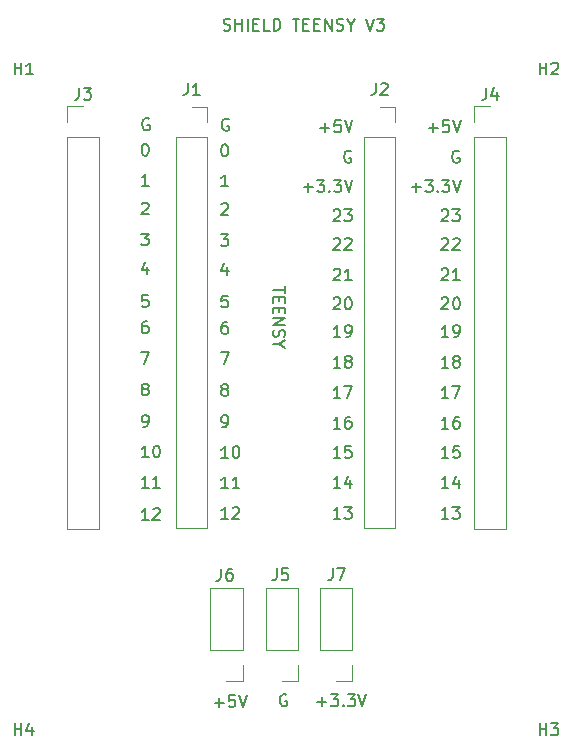
<source format=gbr>
%TF.GenerationSoftware,KiCad,Pcbnew,9.0.6*%
%TF.CreationDate,2025-12-16T16:23:58-03:00*%
%TF.ProjectId,shield teensy_v3,73686965-6c64-4207-9465-656e73795f76,rev?*%
%TF.SameCoordinates,Original*%
%TF.FileFunction,Legend,Top*%
%TF.FilePolarity,Positive*%
%FSLAX46Y46*%
G04 Gerber Fmt 4.6, Leading zero omitted, Abs format (unit mm)*
G04 Created by KiCad (PCBNEW 9.0.6) date 2025-12-16 16:23:58*
%MOMM*%
%LPD*%
G01*
G04 APERTURE LIST*
%ADD10C,0.150000*%
%ADD11C,0.120000*%
G04 APERTURE END LIST*
D10*
X177030237Y-107970533D02*
X176458809Y-107970533D01*
X176744523Y-107970533D02*
X176744523Y-106970533D01*
X176744523Y-106970533D02*
X176649285Y-107113390D01*
X176649285Y-107113390D02*
X176554047Y-107208628D01*
X176554047Y-107208628D02*
X176458809Y-107256247D01*
X177887380Y-107303866D02*
X177887380Y-107970533D01*
X177649285Y-106922914D02*
X177411190Y-107637199D01*
X177411190Y-107637199D02*
X178030237Y-107637199D01*
X185614524Y-89490057D02*
X185662143Y-89442438D01*
X185662143Y-89442438D02*
X185757381Y-89394819D01*
X185757381Y-89394819D02*
X185995476Y-89394819D01*
X185995476Y-89394819D02*
X186090714Y-89442438D01*
X186090714Y-89442438D02*
X186138333Y-89490057D01*
X186138333Y-89490057D02*
X186185952Y-89585295D01*
X186185952Y-89585295D02*
X186185952Y-89680533D01*
X186185952Y-89680533D02*
X186138333Y-89823390D01*
X186138333Y-89823390D02*
X185566905Y-90394819D01*
X185566905Y-90394819D02*
X186185952Y-90394819D01*
X187138333Y-90394819D02*
X186566905Y-90394819D01*
X186852619Y-90394819D02*
X186852619Y-89394819D01*
X186852619Y-89394819D02*
X186757381Y-89537676D01*
X186757381Y-89537676D02*
X186662143Y-89632914D01*
X186662143Y-89632914D02*
X186566905Y-89680533D01*
X185614524Y-86915057D02*
X185662143Y-86867438D01*
X185662143Y-86867438D02*
X185757381Y-86819819D01*
X185757381Y-86819819D02*
X185995476Y-86819819D01*
X185995476Y-86819819D02*
X186090714Y-86867438D01*
X186090714Y-86867438D02*
X186138333Y-86915057D01*
X186138333Y-86915057D02*
X186185952Y-87010295D01*
X186185952Y-87010295D02*
X186185952Y-87105533D01*
X186185952Y-87105533D02*
X186138333Y-87248390D01*
X186138333Y-87248390D02*
X185566905Y-87819819D01*
X185566905Y-87819819D02*
X186185952Y-87819819D01*
X186566905Y-86915057D02*
X186614524Y-86867438D01*
X186614524Y-86867438D02*
X186709762Y-86819819D01*
X186709762Y-86819819D02*
X186947857Y-86819819D01*
X186947857Y-86819819D02*
X187043095Y-86867438D01*
X187043095Y-86867438D02*
X187090714Y-86915057D01*
X187090714Y-86915057D02*
X187138333Y-87010295D01*
X187138333Y-87010295D02*
X187138333Y-87105533D01*
X187138333Y-87105533D02*
X187090714Y-87248390D01*
X187090714Y-87248390D02*
X186519286Y-87819819D01*
X186519286Y-87819819D02*
X187138333Y-87819819D01*
X183075715Y-82523866D02*
X183837620Y-82523866D01*
X183456667Y-82904819D02*
X183456667Y-82142914D01*
X184218572Y-81904819D02*
X184837619Y-81904819D01*
X184837619Y-81904819D02*
X184504286Y-82285771D01*
X184504286Y-82285771D02*
X184647143Y-82285771D01*
X184647143Y-82285771D02*
X184742381Y-82333390D01*
X184742381Y-82333390D02*
X184790000Y-82381009D01*
X184790000Y-82381009D02*
X184837619Y-82476247D01*
X184837619Y-82476247D02*
X184837619Y-82714342D01*
X184837619Y-82714342D02*
X184790000Y-82809580D01*
X184790000Y-82809580D02*
X184742381Y-82857200D01*
X184742381Y-82857200D02*
X184647143Y-82904819D01*
X184647143Y-82904819D02*
X184361429Y-82904819D01*
X184361429Y-82904819D02*
X184266191Y-82857200D01*
X184266191Y-82857200D02*
X184218572Y-82809580D01*
X185266191Y-82809580D02*
X185313810Y-82857200D01*
X185313810Y-82857200D02*
X185266191Y-82904819D01*
X185266191Y-82904819D02*
X185218572Y-82857200D01*
X185218572Y-82857200D02*
X185266191Y-82809580D01*
X185266191Y-82809580D02*
X185266191Y-82904819D01*
X185647143Y-81904819D02*
X186266190Y-81904819D01*
X186266190Y-81904819D02*
X185932857Y-82285771D01*
X185932857Y-82285771D02*
X186075714Y-82285771D01*
X186075714Y-82285771D02*
X186170952Y-82333390D01*
X186170952Y-82333390D02*
X186218571Y-82381009D01*
X186218571Y-82381009D02*
X186266190Y-82476247D01*
X186266190Y-82476247D02*
X186266190Y-82714342D01*
X186266190Y-82714342D02*
X186218571Y-82809580D01*
X186218571Y-82809580D02*
X186170952Y-82857200D01*
X186170952Y-82857200D02*
X186075714Y-82904819D01*
X186075714Y-82904819D02*
X185790000Y-82904819D01*
X185790000Y-82904819D02*
X185694762Y-82857200D01*
X185694762Y-82857200D02*
X185647143Y-82809580D01*
X186551905Y-81904819D02*
X186885238Y-82904819D01*
X186885238Y-82904819D02*
X187218571Y-81904819D01*
X160462381Y-78844819D02*
X160557619Y-78844819D01*
X160557619Y-78844819D02*
X160652857Y-78892438D01*
X160652857Y-78892438D02*
X160700476Y-78940057D01*
X160700476Y-78940057D02*
X160748095Y-79035295D01*
X160748095Y-79035295D02*
X160795714Y-79225771D01*
X160795714Y-79225771D02*
X160795714Y-79463866D01*
X160795714Y-79463866D02*
X160748095Y-79654342D01*
X160748095Y-79654342D02*
X160700476Y-79749580D01*
X160700476Y-79749580D02*
X160652857Y-79797200D01*
X160652857Y-79797200D02*
X160557619Y-79844819D01*
X160557619Y-79844819D02*
X160462381Y-79844819D01*
X160462381Y-79844819D02*
X160367143Y-79797200D01*
X160367143Y-79797200D02*
X160319524Y-79749580D01*
X160319524Y-79749580D02*
X160271905Y-79654342D01*
X160271905Y-79654342D02*
X160224286Y-79463866D01*
X160224286Y-79463866D02*
X160224286Y-79225771D01*
X160224286Y-79225771D02*
X160271905Y-79035295D01*
X160271905Y-79035295D02*
X160319524Y-78940057D01*
X160319524Y-78940057D02*
X160367143Y-78892438D01*
X160367143Y-78892438D02*
X160462381Y-78844819D01*
X186185952Y-105419819D02*
X185614524Y-105419819D01*
X185900238Y-105419819D02*
X185900238Y-104419819D01*
X185900238Y-104419819D02*
X185805000Y-104562676D01*
X185805000Y-104562676D02*
X185709762Y-104657914D01*
X185709762Y-104657914D02*
X185614524Y-104705533D01*
X187090714Y-104419819D02*
X186614524Y-104419819D01*
X186614524Y-104419819D02*
X186566905Y-104896009D01*
X186566905Y-104896009D02*
X186614524Y-104848390D01*
X186614524Y-104848390D02*
X186709762Y-104800771D01*
X186709762Y-104800771D02*
X186947857Y-104800771D01*
X186947857Y-104800771D02*
X187043095Y-104848390D01*
X187043095Y-104848390D02*
X187090714Y-104896009D01*
X187090714Y-104896009D02*
X187138333Y-104991247D01*
X187138333Y-104991247D02*
X187138333Y-105229342D01*
X187138333Y-105229342D02*
X187090714Y-105324580D01*
X187090714Y-105324580D02*
X187043095Y-105372200D01*
X187043095Y-105372200D02*
X186947857Y-105419819D01*
X186947857Y-105419819D02*
X186709762Y-105419819D01*
X186709762Y-105419819D02*
X186614524Y-105372200D01*
X186614524Y-105372200D02*
X186566905Y-105324580D01*
X177919999Y-79478152D02*
X177824761Y-79430533D01*
X177824761Y-79430533D02*
X177681904Y-79430533D01*
X177681904Y-79430533D02*
X177539047Y-79478152D01*
X177539047Y-79478152D02*
X177443809Y-79573390D01*
X177443809Y-79573390D02*
X177396190Y-79668628D01*
X177396190Y-79668628D02*
X177348571Y-79859104D01*
X177348571Y-79859104D02*
X177348571Y-80001961D01*
X177348571Y-80001961D02*
X177396190Y-80192437D01*
X177396190Y-80192437D02*
X177443809Y-80287675D01*
X177443809Y-80287675D02*
X177539047Y-80382914D01*
X177539047Y-80382914D02*
X177681904Y-80430533D01*
X177681904Y-80430533D02*
X177777142Y-80430533D01*
X177777142Y-80430533D02*
X177919999Y-80382914D01*
X177919999Y-80382914D02*
X177967618Y-80335294D01*
X177967618Y-80335294D02*
X177967618Y-80001961D01*
X177967618Y-80001961D02*
X177777142Y-80001961D01*
X167529523Y-105439819D02*
X166958095Y-105439819D01*
X167243809Y-105439819D02*
X167243809Y-104439819D01*
X167243809Y-104439819D02*
X167148571Y-104582676D01*
X167148571Y-104582676D02*
X167053333Y-104677914D01*
X167053333Y-104677914D02*
X166958095Y-104725533D01*
X168148571Y-104439819D02*
X168243809Y-104439819D01*
X168243809Y-104439819D02*
X168339047Y-104487438D01*
X168339047Y-104487438D02*
X168386666Y-104535057D01*
X168386666Y-104535057D02*
X168434285Y-104630295D01*
X168434285Y-104630295D02*
X168481904Y-104820771D01*
X168481904Y-104820771D02*
X168481904Y-105058866D01*
X168481904Y-105058866D02*
X168434285Y-105249342D01*
X168434285Y-105249342D02*
X168386666Y-105344580D01*
X168386666Y-105344580D02*
X168339047Y-105392200D01*
X168339047Y-105392200D02*
X168243809Y-105439819D01*
X168243809Y-105439819D02*
X168148571Y-105439819D01*
X168148571Y-105439819D02*
X168053333Y-105392200D01*
X168053333Y-105392200D02*
X168005714Y-105344580D01*
X168005714Y-105344580D02*
X167958095Y-105249342D01*
X167958095Y-105249342D02*
X167910476Y-105058866D01*
X167910476Y-105058866D02*
X167910476Y-104820771D01*
X167910476Y-104820771D02*
X167958095Y-104630295D01*
X167958095Y-104630295D02*
X168005714Y-104535057D01*
X168005714Y-104535057D02*
X168053333Y-104487438D01*
X168053333Y-104487438D02*
X168148571Y-104439819D01*
X167144285Y-69197200D02*
X167287142Y-69244819D01*
X167287142Y-69244819D02*
X167525237Y-69244819D01*
X167525237Y-69244819D02*
X167620475Y-69197200D01*
X167620475Y-69197200D02*
X167668094Y-69149580D01*
X167668094Y-69149580D02*
X167715713Y-69054342D01*
X167715713Y-69054342D02*
X167715713Y-68959104D01*
X167715713Y-68959104D02*
X167668094Y-68863866D01*
X167668094Y-68863866D02*
X167620475Y-68816247D01*
X167620475Y-68816247D02*
X167525237Y-68768628D01*
X167525237Y-68768628D02*
X167334761Y-68721009D01*
X167334761Y-68721009D02*
X167239523Y-68673390D01*
X167239523Y-68673390D02*
X167191904Y-68625771D01*
X167191904Y-68625771D02*
X167144285Y-68530533D01*
X167144285Y-68530533D02*
X167144285Y-68435295D01*
X167144285Y-68435295D02*
X167191904Y-68340057D01*
X167191904Y-68340057D02*
X167239523Y-68292438D01*
X167239523Y-68292438D02*
X167334761Y-68244819D01*
X167334761Y-68244819D02*
X167572856Y-68244819D01*
X167572856Y-68244819D02*
X167715713Y-68292438D01*
X168144285Y-69244819D02*
X168144285Y-68244819D01*
X168144285Y-68721009D02*
X168715713Y-68721009D01*
X168715713Y-69244819D02*
X168715713Y-68244819D01*
X169191904Y-69244819D02*
X169191904Y-68244819D01*
X169668094Y-68721009D02*
X170001427Y-68721009D01*
X170144284Y-69244819D02*
X169668094Y-69244819D01*
X169668094Y-69244819D02*
X169668094Y-68244819D01*
X169668094Y-68244819D02*
X170144284Y-68244819D01*
X171049046Y-69244819D02*
X170572856Y-69244819D01*
X170572856Y-69244819D02*
X170572856Y-68244819D01*
X171382380Y-69244819D02*
X171382380Y-68244819D01*
X171382380Y-68244819D02*
X171620475Y-68244819D01*
X171620475Y-68244819D02*
X171763332Y-68292438D01*
X171763332Y-68292438D02*
X171858570Y-68387676D01*
X171858570Y-68387676D02*
X171906189Y-68482914D01*
X171906189Y-68482914D02*
X171953808Y-68673390D01*
X171953808Y-68673390D02*
X171953808Y-68816247D01*
X171953808Y-68816247D02*
X171906189Y-69006723D01*
X171906189Y-69006723D02*
X171858570Y-69101961D01*
X171858570Y-69101961D02*
X171763332Y-69197200D01*
X171763332Y-69197200D02*
X171620475Y-69244819D01*
X171620475Y-69244819D02*
X171382380Y-69244819D01*
X173001428Y-68244819D02*
X173572856Y-68244819D01*
X173287142Y-69244819D02*
X173287142Y-68244819D01*
X173906190Y-68721009D02*
X174239523Y-68721009D01*
X174382380Y-69244819D02*
X173906190Y-69244819D01*
X173906190Y-69244819D02*
X173906190Y-68244819D01*
X173906190Y-68244819D02*
X174382380Y-68244819D01*
X174810952Y-68721009D02*
X175144285Y-68721009D01*
X175287142Y-69244819D02*
X174810952Y-69244819D01*
X174810952Y-69244819D02*
X174810952Y-68244819D01*
X174810952Y-68244819D02*
X175287142Y-68244819D01*
X175715714Y-69244819D02*
X175715714Y-68244819D01*
X175715714Y-68244819D02*
X176287142Y-69244819D01*
X176287142Y-69244819D02*
X176287142Y-68244819D01*
X176715714Y-69197200D02*
X176858571Y-69244819D01*
X176858571Y-69244819D02*
X177096666Y-69244819D01*
X177096666Y-69244819D02*
X177191904Y-69197200D01*
X177191904Y-69197200D02*
X177239523Y-69149580D01*
X177239523Y-69149580D02*
X177287142Y-69054342D01*
X177287142Y-69054342D02*
X177287142Y-68959104D01*
X177287142Y-68959104D02*
X177239523Y-68863866D01*
X177239523Y-68863866D02*
X177191904Y-68816247D01*
X177191904Y-68816247D02*
X177096666Y-68768628D01*
X177096666Y-68768628D02*
X176906190Y-68721009D01*
X176906190Y-68721009D02*
X176810952Y-68673390D01*
X176810952Y-68673390D02*
X176763333Y-68625771D01*
X176763333Y-68625771D02*
X176715714Y-68530533D01*
X176715714Y-68530533D02*
X176715714Y-68435295D01*
X176715714Y-68435295D02*
X176763333Y-68340057D01*
X176763333Y-68340057D02*
X176810952Y-68292438D01*
X176810952Y-68292438D02*
X176906190Y-68244819D01*
X176906190Y-68244819D02*
X177144285Y-68244819D01*
X177144285Y-68244819D02*
X177287142Y-68292438D01*
X177906190Y-68768628D02*
X177906190Y-69244819D01*
X177572857Y-68244819D02*
X177906190Y-68768628D01*
X177906190Y-68768628D02*
X178239523Y-68244819D01*
X179191905Y-68244819D02*
X179525238Y-69244819D01*
X179525238Y-69244819D02*
X179858571Y-68244819D01*
X180096667Y-68244819D02*
X180715714Y-68244819D01*
X180715714Y-68244819D02*
X180382381Y-68625771D01*
X180382381Y-68625771D02*
X180525238Y-68625771D01*
X180525238Y-68625771D02*
X180620476Y-68673390D01*
X180620476Y-68673390D02*
X180668095Y-68721009D01*
X180668095Y-68721009D02*
X180715714Y-68816247D01*
X180715714Y-68816247D02*
X180715714Y-69054342D01*
X180715714Y-69054342D02*
X180668095Y-69149580D01*
X180668095Y-69149580D02*
X180620476Y-69197200D01*
X180620476Y-69197200D02*
X180525238Y-69244819D01*
X180525238Y-69244819D02*
X180239524Y-69244819D01*
X180239524Y-69244819D02*
X180144286Y-69197200D01*
X180144286Y-69197200D02*
X180096667Y-69149580D01*
X167434285Y-93914819D02*
X167243809Y-93914819D01*
X167243809Y-93914819D02*
X167148571Y-93962438D01*
X167148571Y-93962438D02*
X167100952Y-94010057D01*
X167100952Y-94010057D02*
X167005714Y-94152914D01*
X167005714Y-94152914D02*
X166958095Y-94343390D01*
X166958095Y-94343390D02*
X166958095Y-94724342D01*
X166958095Y-94724342D02*
X167005714Y-94819580D01*
X167005714Y-94819580D02*
X167053333Y-94867200D01*
X167053333Y-94867200D02*
X167148571Y-94914819D01*
X167148571Y-94914819D02*
X167339047Y-94914819D01*
X167339047Y-94914819D02*
X167434285Y-94867200D01*
X167434285Y-94867200D02*
X167481904Y-94819580D01*
X167481904Y-94819580D02*
X167529523Y-94724342D01*
X167529523Y-94724342D02*
X167529523Y-94486247D01*
X167529523Y-94486247D02*
X167481904Y-94391009D01*
X167481904Y-94391009D02*
X167434285Y-94343390D01*
X167434285Y-94343390D02*
X167339047Y-94295771D01*
X167339047Y-94295771D02*
X167148571Y-94295771D01*
X167148571Y-94295771D02*
X167053333Y-94343390D01*
X167053333Y-94343390D02*
X167005714Y-94391009D01*
X167005714Y-94391009D02*
X166958095Y-94486247D01*
X184504286Y-77473866D02*
X185266191Y-77473866D01*
X184885238Y-77854819D02*
X184885238Y-77092914D01*
X186218571Y-76854819D02*
X185742381Y-76854819D01*
X185742381Y-76854819D02*
X185694762Y-77331009D01*
X185694762Y-77331009D02*
X185742381Y-77283390D01*
X185742381Y-77283390D02*
X185837619Y-77235771D01*
X185837619Y-77235771D02*
X186075714Y-77235771D01*
X186075714Y-77235771D02*
X186170952Y-77283390D01*
X186170952Y-77283390D02*
X186218571Y-77331009D01*
X186218571Y-77331009D02*
X186266190Y-77426247D01*
X186266190Y-77426247D02*
X186266190Y-77664342D01*
X186266190Y-77664342D02*
X186218571Y-77759580D01*
X186218571Y-77759580D02*
X186170952Y-77807200D01*
X186170952Y-77807200D02*
X186075714Y-77854819D01*
X186075714Y-77854819D02*
X185837619Y-77854819D01*
X185837619Y-77854819D02*
X185742381Y-77807200D01*
X185742381Y-77807200D02*
X185694762Y-77759580D01*
X186551905Y-76854819D02*
X186885238Y-77854819D01*
X186885238Y-77854819D02*
X187218571Y-76854819D01*
X166910476Y-86489819D02*
X167529523Y-86489819D01*
X167529523Y-86489819D02*
X167196190Y-86870771D01*
X167196190Y-86870771D02*
X167339047Y-86870771D01*
X167339047Y-86870771D02*
X167434285Y-86918390D01*
X167434285Y-86918390D02*
X167481904Y-86966009D01*
X167481904Y-86966009D02*
X167529523Y-87061247D01*
X167529523Y-87061247D02*
X167529523Y-87299342D01*
X167529523Y-87299342D02*
X167481904Y-87394580D01*
X167481904Y-87394580D02*
X167434285Y-87442200D01*
X167434285Y-87442200D02*
X167339047Y-87489819D01*
X167339047Y-87489819D02*
X167053333Y-87489819D01*
X167053333Y-87489819D02*
X166958095Y-87442200D01*
X166958095Y-87442200D02*
X166910476Y-87394580D01*
X186185952Y-107969819D02*
X185614524Y-107969819D01*
X185900238Y-107969819D02*
X185900238Y-106969819D01*
X185900238Y-106969819D02*
X185805000Y-107112676D01*
X185805000Y-107112676D02*
X185709762Y-107207914D01*
X185709762Y-107207914D02*
X185614524Y-107255533D01*
X187043095Y-107303152D02*
X187043095Y-107969819D01*
X186805000Y-106922200D02*
X186566905Y-107636485D01*
X186566905Y-107636485D02*
X187185952Y-107636485D01*
X175090000Y-126063866D02*
X175851905Y-126063866D01*
X175470952Y-126444819D02*
X175470952Y-125682914D01*
X176232857Y-125444819D02*
X176851904Y-125444819D01*
X176851904Y-125444819D02*
X176518571Y-125825771D01*
X176518571Y-125825771D02*
X176661428Y-125825771D01*
X176661428Y-125825771D02*
X176756666Y-125873390D01*
X176756666Y-125873390D02*
X176804285Y-125921009D01*
X176804285Y-125921009D02*
X176851904Y-126016247D01*
X176851904Y-126016247D02*
X176851904Y-126254342D01*
X176851904Y-126254342D02*
X176804285Y-126349580D01*
X176804285Y-126349580D02*
X176756666Y-126397200D01*
X176756666Y-126397200D02*
X176661428Y-126444819D01*
X176661428Y-126444819D02*
X176375714Y-126444819D01*
X176375714Y-126444819D02*
X176280476Y-126397200D01*
X176280476Y-126397200D02*
X176232857Y-126349580D01*
X177280476Y-126349580D02*
X177328095Y-126397200D01*
X177328095Y-126397200D02*
X177280476Y-126444819D01*
X177280476Y-126444819D02*
X177232857Y-126397200D01*
X177232857Y-126397200D02*
X177280476Y-126349580D01*
X177280476Y-126349580D02*
X177280476Y-126444819D01*
X177661428Y-125444819D02*
X178280475Y-125444819D01*
X178280475Y-125444819D02*
X177947142Y-125825771D01*
X177947142Y-125825771D02*
X178089999Y-125825771D01*
X178089999Y-125825771D02*
X178185237Y-125873390D01*
X178185237Y-125873390D02*
X178232856Y-125921009D01*
X178232856Y-125921009D02*
X178280475Y-126016247D01*
X178280475Y-126016247D02*
X178280475Y-126254342D01*
X178280475Y-126254342D02*
X178232856Y-126349580D01*
X178232856Y-126349580D02*
X178185237Y-126397200D01*
X178185237Y-126397200D02*
X178089999Y-126444819D01*
X178089999Y-126444819D02*
X177804285Y-126444819D01*
X177804285Y-126444819D02*
X177709047Y-126397200D01*
X177709047Y-126397200D02*
X177661428Y-126349580D01*
X178566190Y-125444819D02*
X178899523Y-126444819D01*
X178899523Y-126444819D02*
X179232856Y-125444819D01*
X167529523Y-82439819D02*
X166958095Y-82439819D01*
X167243809Y-82439819D02*
X167243809Y-81439819D01*
X167243809Y-81439819D02*
X167148571Y-81582676D01*
X167148571Y-81582676D02*
X167053333Y-81677914D01*
X167053333Y-81677914D02*
X166958095Y-81725533D01*
X177030237Y-110584819D02*
X176458809Y-110584819D01*
X176744523Y-110584819D02*
X176744523Y-109584819D01*
X176744523Y-109584819D02*
X176649285Y-109727676D01*
X176649285Y-109727676D02*
X176554047Y-109822914D01*
X176554047Y-109822914D02*
X176458809Y-109870533D01*
X177363571Y-109584819D02*
X177982618Y-109584819D01*
X177982618Y-109584819D02*
X177649285Y-109965771D01*
X177649285Y-109965771D02*
X177792142Y-109965771D01*
X177792142Y-109965771D02*
X177887380Y-110013390D01*
X177887380Y-110013390D02*
X177934999Y-110061009D01*
X177934999Y-110061009D02*
X177982618Y-110156247D01*
X177982618Y-110156247D02*
X177982618Y-110394342D01*
X177982618Y-110394342D02*
X177934999Y-110489580D01*
X177934999Y-110489580D02*
X177887380Y-110537200D01*
X177887380Y-110537200D02*
X177792142Y-110584819D01*
X177792142Y-110584819D02*
X177506428Y-110584819D01*
X177506428Y-110584819D02*
X177411190Y-110537200D01*
X177411190Y-110537200D02*
X177363571Y-110489580D01*
X167148571Y-99618390D02*
X167053333Y-99570771D01*
X167053333Y-99570771D02*
X167005714Y-99523152D01*
X167005714Y-99523152D02*
X166958095Y-99427914D01*
X166958095Y-99427914D02*
X166958095Y-99380295D01*
X166958095Y-99380295D02*
X167005714Y-99285057D01*
X167005714Y-99285057D02*
X167053333Y-99237438D01*
X167053333Y-99237438D02*
X167148571Y-99189819D01*
X167148571Y-99189819D02*
X167339047Y-99189819D01*
X167339047Y-99189819D02*
X167434285Y-99237438D01*
X167434285Y-99237438D02*
X167481904Y-99285057D01*
X167481904Y-99285057D02*
X167529523Y-99380295D01*
X167529523Y-99380295D02*
X167529523Y-99427914D01*
X167529523Y-99427914D02*
X167481904Y-99523152D01*
X167481904Y-99523152D02*
X167434285Y-99570771D01*
X167434285Y-99570771D02*
X167339047Y-99618390D01*
X167339047Y-99618390D02*
X167148571Y-99618390D01*
X167148571Y-99618390D02*
X167053333Y-99666009D01*
X167053333Y-99666009D02*
X167005714Y-99713628D01*
X167005714Y-99713628D02*
X166958095Y-99808866D01*
X166958095Y-99808866D02*
X166958095Y-99999342D01*
X166958095Y-99999342D02*
X167005714Y-100094580D01*
X167005714Y-100094580D02*
X167053333Y-100142200D01*
X167053333Y-100142200D02*
X167148571Y-100189819D01*
X167148571Y-100189819D02*
X167339047Y-100189819D01*
X167339047Y-100189819D02*
X167434285Y-100142200D01*
X167434285Y-100142200D02*
X167481904Y-100094580D01*
X167481904Y-100094580D02*
X167529523Y-99999342D01*
X167529523Y-99999342D02*
X167529523Y-99808866D01*
X167529523Y-99808866D02*
X167481904Y-99713628D01*
X167481904Y-99713628D02*
X167434285Y-99666009D01*
X167434285Y-99666009D02*
X167339047Y-99618390D01*
X167529523Y-108014819D02*
X166958095Y-108014819D01*
X167243809Y-108014819D02*
X167243809Y-107014819D01*
X167243809Y-107014819D02*
X167148571Y-107157676D01*
X167148571Y-107157676D02*
X167053333Y-107252914D01*
X167053333Y-107252914D02*
X166958095Y-107300533D01*
X168481904Y-108014819D02*
X167910476Y-108014819D01*
X168196190Y-108014819D02*
X168196190Y-107014819D01*
X168196190Y-107014819D02*
X168100952Y-107157676D01*
X168100952Y-107157676D02*
X168005714Y-107252914D01*
X168005714Y-107252914D02*
X167910476Y-107300533D01*
X160176667Y-96444819D02*
X160843333Y-96444819D01*
X160843333Y-96444819D02*
X160414762Y-97444819D01*
X160700476Y-89228152D02*
X160700476Y-89894819D01*
X160462381Y-88847200D02*
X160224286Y-89561485D01*
X160224286Y-89561485D02*
X160843333Y-89561485D01*
X160833095Y-76722438D02*
X160737857Y-76674819D01*
X160737857Y-76674819D02*
X160595000Y-76674819D01*
X160595000Y-76674819D02*
X160452143Y-76722438D01*
X160452143Y-76722438D02*
X160356905Y-76817676D01*
X160356905Y-76817676D02*
X160309286Y-76912914D01*
X160309286Y-76912914D02*
X160261667Y-77103390D01*
X160261667Y-77103390D02*
X160261667Y-77246247D01*
X160261667Y-77246247D02*
X160309286Y-77436723D01*
X160309286Y-77436723D02*
X160356905Y-77531961D01*
X160356905Y-77531961D02*
X160452143Y-77627200D01*
X160452143Y-77627200D02*
X160595000Y-77674819D01*
X160595000Y-77674819D02*
X160690238Y-77674819D01*
X160690238Y-77674819D02*
X160833095Y-77627200D01*
X160833095Y-77627200D02*
X160880714Y-77579580D01*
X160880714Y-77579580D02*
X160880714Y-77246247D01*
X160880714Y-77246247D02*
X160690238Y-77246247D01*
X160224286Y-83915057D02*
X160271905Y-83867438D01*
X160271905Y-83867438D02*
X160367143Y-83819819D01*
X160367143Y-83819819D02*
X160605238Y-83819819D01*
X160605238Y-83819819D02*
X160700476Y-83867438D01*
X160700476Y-83867438D02*
X160748095Y-83915057D01*
X160748095Y-83915057D02*
X160795714Y-84010295D01*
X160795714Y-84010295D02*
X160795714Y-84105533D01*
X160795714Y-84105533D02*
X160748095Y-84248390D01*
X160748095Y-84248390D02*
X160176667Y-84819819D01*
X160176667Y-84819819D02*
X160795714Y-84819819D01*
X176458809Y-86915771D02*
X176506428Y-86868152D01*
X176506428Y-86868152D02*
X176601666Y-86820533D01*
X176601666Y-86820533D02*
X176839761Y-86820533D01*
X176839761Y-86820533D02*
X176934999Y-86868152D01*
X176934999Y-86868152D02*
X176982618Y-86915771D01*
X176982618Y-86915771D02*
X177030237Y-87011009D01*
X177030237Y-87011009D02*
X177030237Y-87106247D01*
X177030237Y-87106247D02*
X176982618Y-87249104D01*
X176982618Y-87249104D02*
X176411190Y-87820533D01*
X176411190Y-87820533D02*
X177030237Y-87820533D01*
X177411190Y-86915771D02*
X177458809Y-86868152D01*
X177458809Y-86868152D02*
X177554047Y-86820533D01*
X177554047Y-86820533D02*
X177792142Y-86820533D01*
X177792142Y-86820533D02*
X177887380Y-86868152D01*
X177887380Y-86868152D02*
X177934999Y-86915771D01*
X177934999Y-86915771D02*
X177982618Y-87011009D01*
X177982618Y-87011009D02*
X177982618Y-87106247D01*
X177982618Y-87106247D02*
X177934999Y-87249104D01*
X177934999Y-87249104D02*
X177363571Y-87820533D01*
X177363571Y-87820533D02*
X177982618Y-87820533D01*
X167434285Y-89273152D02*
X167434285Y-89939819D01*
X167196190Y-88892200D02*
X166958095Y-89606485D01*
X166958095Y-89606485D02*
X167577142Y-89606485D01*
X175348571Y-77474580D02*
X176110476Y-77474580D01*
X175729523Y-77855533D02*
X175729523Y-77093628D01*
X177062856Y-76855533D02*
X176586666Y-76855533D01*
X176586666Y-76855533D02*
X176539047Y-77331723D01*
X176539047Y-77331723D02*
X176586666Y-77284104D01*
X176586666Y-77284104D02*
X176681904Y-77236485D01*
X176681904Y-77236485D02*
X176919999Y-77236485D01*
X176919999Y-77236485D02*
X177015237Y-77284104D01*
X177015237Y-77284104D02*
X177062856Y-77331723D01*
X177062856Y-77331723D02*
X177110475Y-77426961D01*
X177110475Y-77426961D02*
X177110475Y-77665056D01*
X177110475Y-77665056D02*
X177062856Y-77760294D01*
X177062856Y-77760294D02*
X177015237Y-77807914D01*
X177015237Y-77807914D02*
X176919999Y-77855533D01*
X176919999Y-77855533D02*
X176681904Y-77855533D01*
X176681904Y-77855533D02*
X176586666Y-77807914D01*
X176586666Y-77807914D02*
X176539047Y-77760294D01*
X177396190Y-76855533D02*
X177729523Y-77855533D01*
X177729523Y-77855533D02*
X178062856Y-76855533D01*
X177030237Y-102945533D02*
X176458809Y-102945533D01*
X176744523Y-102945533D02*
X176744523Y-101945533D01*
X176744523Y-101945533D02*
X176649285Y-102088390D01*
X176649285Y-102088390D02*
X176554047Y-102183628D01*
X176554047Y-102183628D02*
X176458809Y-102231247D01*
X177887380Y-101945533D02*
X177696904Y-101945533D01*
X177696904Y-101945533D02*
X177601666Y-101993152D01*
X177601666Y-101993152D02*
X177554047Y-102040771D01*
X177554047Y-102040771D02*
X177458809Y-102183628D01*
X177458809Y-102183628D02*
X177411190Y-102374104D01*
X177411190Y-102374104D02*
X177411190Y-102755056D01*
X177411190Y-102755056D02*
X177458809Y-102850294D01*
X177458809Y-102850294D02*
X177506428Y-102897914D01*
X177506428Y-102897914D02*
X177601666Y-102945533D01*
X177601666Y-102945533D02*
X177792142Y-102945533D01*
X177792142Y-102945533D02*
X177887380Y-102897914D01*
X177887380Y-102897914D02*
X177934999Y-102850294D01*
X177934999Y-102850294D02*
X177982618Y-102755056D01*
X177982618Y-102755056D02*
X177982618Y-102516961D01*
X177982618Y-102516961D02*
X177934999Y-102421723D01*
X177934999Y-102421723D02*
X177887380Y-102374104D01*
X177887380Y-102374104D02*
X177792142Y-102326485D01*
X177792142Y-102326485D02*
X177601666Y-102326485D01*
X177601666Y-102326485D02*
X177506428Y-102374104D01*
X177506428Y-102374104D02*
X177458809Y-102421723D01*
X177458809Y-102421723D02*
X177411190Y-102516961D01*
X167566904Y-76767438D02*
X167471666Y-76719819D01*
X167471666Y-76719819D02*
X167328809Y-76719819D01*
X167328809Y-76719819D02*
X167185952Y-76767438D01*
X167185952Y-76767438D02*
X167090714Y-76862676D01*
X167090714Y-76862676D02*
X167043095Y-76957914D01*
X167043095Y-76957914D02*
X166995476Y-77148390D01*
X166995476Y-77148390D02*
X166995476Y-77291247D01*
X166995476Y-77291247D02*
X167043095Y-77481723D01*
X167043095Y-77481723D02*
X167090714Y-77576961D01*
X167090714Y-77576961D02*
X167185952Y-77672200D01*
X167185952Y-77672200D02*
X167328809Y-77719819D01*
X167328809Y-77719819D02*
X167424047Y-77719819D01*
X167424047Y-77719819D02*
X167566904Y-77672200D01*
X167566904Y-77672200D02*
X167614523Y-77624580D01*
X167614523Y-77624580D02*
X167614523Y-77291247D01*
X167614523Y-77291247D02*
X167424047Y-77291247D01*
X177030237Y-105420533D02*
X176458809Y-105420533D01*
X176744523Y-105420533D02*
X176744523Y-104420533D01*
X176744523Y-104420533D02*
X176649285Y-104563390D01*
X176649285Y-104563390D02*
X176554047Y-104658628D01*
X176554047Y-104658628D02*
X176458809Y-104706247D01*
X177934999Y-104420533D02*
X177458809Y-104420533D01*
X177458809Y-104420533D02*
X177411190Y-104896723D01*
X177411190Y-104896723D02*
X177458809Y-104849104D01*
X177458809Y-104849104D02*
X177554047Y-104801485D01*
X177554047Y-104801485D02*
X177792142Y-104801485D01*
X177792142Y-104801485D02*
X177887380Y-104849104D01*
X177887380Y-104849104D02*
X177934999Y-104896723D01*
X177934999Y-104896723D02*
X177982618Y-104991961D01*
X177982618Y-104991961D02*
X177982618Y-105230056D01*
X177982618Y-105230056D02*
X177934999Y-105325294D01*
X177934999Y-105325294D02*
X177887380Y-105372914D01*
X177887380Y-105372914D02*
X177792142Y-105420533D01*
X177792142Y-105420533D02*
X177554047Y-105420533D01*
X177554047Y-105420533D02*
X177458809Y-105372914D01*
X177458809Y-105372914D02*
X177411190Y-105325294D01*
X177030237Y-100370533D02*
X176458809Y-100370533D01*
X176744523Y-100370533D02*
X176744523Y-99370533D01*
X176744523Y-99370533D02*
X176649285Y-99513390D01*
X176649285Y-99513390D02*
X176554047Y-99608628D01*
X176554047Y-99608628D02*
X176458809Y-99656247D01*
X177363571Y-99370533D02*
X178030237Y-99370533D01*
X178030237Y-99370533D02*
X177601666Y-100370533D01*
X187075714Y-79477438D02*
X186980476Y-79429819D01*
X186980476Y-79429819D02*
X186837619Y-79429819D01*
X186837619Y-79429819D02*
X186694762Y-79477438D01*
X186694762Y-79477438D02*
X186599524Y-79572676D01*
X186599524Y-79572676D02*
X186551905Y-79667914D01*
X186551905Y-79667914D02*
X186504286Y-79858390D01*
X186504286Y-79858390D02*
X186504286Y-80001247D01*
X186504286Y-80001247D02*
X186551905Y-80191723D01*
X186551905Y-80191723D02*
X186599524Y-80286961D01*
X186599524Y-80286961D02*
X186694762Y-80382200D01*
X186694762Y-80382200D02*
X186837619Y-80429819D01*
X186837619Y-80429819D02*
X186932857Y-80429819D01*
X186932857Y-80429819D02*
X187075714Y-80382200D01*
X187075714Y-80382200D02*
X187123333Y-80334580D01*
X187123333Y-80334580D02*
X187123333Y-80001247D01*
X187123333Y-80001247D02*
X186932857Y-80001247D01*
X160795714Y-105394819D02*
X160224286Y-105394819D01*
X160510000Y-105394819D02*
X160510000Y-104394819D01*
X160510000Y-104394819D02*
X160414762Y-104537676D01*
X160414762Y-104537676D02*
X160319524Y-104632914D01*
X160319524Y-104632914D02*
X160224286Y-104680533D01*
X161414762Y-104394819D02*
X161510000Y-104394819D01*
X161510000Y-104394819D02*
X161605238Y-104442438D01*
X161605238Y-104442438D02*
X161652857Y-104490057D01*
X161652857Y-104490057D02*
X161700476Y-104585295D01*
X161700476Y-104585295D02*
X161748095Y-104775771D01*
X161748095Y-104775771D02*
X161748095Y-105013866D01*
X161748095Y-105013866D02*
X161700476Y-105204342D01*
X161700476Y-105204342D02*
X161652857Y-105299580D01*
X161652857Y-105299580D02*
X161605238Y-105347200D01*
X161605238Y-105347200D02*
X161510000Y-105394819D01*
X161510000Y-105394819D02*
X161414762Y-105394819D01*
X161414762Y-105394819D02*
X161319524Y-105347200D01*
X161319524Y-105347200D02*
X161271905Y-105299580D01*
X161271905Y-105299580D02*
X161224286Y-105204342D01*
X161224286Y-105204342D02*
X161176667Y-105013866D01*
X161176667Y-105013866D02*
X161176667Y-104775771D01*
X161176667Y-104775771D02*
X161224286Y-104585295D01*
X161224286Y-104585295D02*
X161271905Y-104490057D01*
X161271905Y-104490057D02*
X161319524Y-104442438D01*
X161319524Y-104442438D02*
X161414762Y-104394819D01*
X160795714Y-110684819D02*
X160224286Y-110684819D01*
X160510000Y-110684819D02*
X160510000Y-109684819D01*
X160510000Y-109684819D02*
X160414762Y-109827676D01*
X160414762Y-109827676D02*
X160319524Y-109922914D01*
X160319524Y-109922914D02*
X160224286Y-109970533D01*
X161176667Y-109780057D02*
X161224286Y-109732438D01*
X161224286Y-109732438D02*
X161319524Y-109684819D01*
X161319524Y-109684819D02*
X161557619Y-109684819D01*
X161557619Y-109684819D02*
X161652857Y-109732438D01*
X161652857Y-109732438D02*
X161700476Y-109780057D01*
X161700476Y-109780057D02*
X161748095Y-109875295D01*
X161748095Y-109875295D02*
X161748095Y-109970533D01*
X161748095Y-109970533D02*
X161700476Y-110113390D01*
X161700476Y-110113390D02*
X161129048Y-110684819D01*
X161129048Y-110684819D02*
X161748095Y-110684819D01*
X176458809Y-91940771D02*
X176506428Y-91893152D01*
X176506428Y-91893152D02*
X176601666Y-91845533D01*
X176601666Y-91845533D02*
X176839761Y-91845533D01*
X176839761Y-91845533D02*
X176934999Y-91893152D01*
X176934999Y-91893152D02*
X176982618Y-91940771D01*
X176982618Y-91940771D02*
X177030237Y-92036009D01*
X177030237Y-92036009D02*
X177030237Y-92131247D01*
X177030237Y-92131247D02*
X176982618Y-92274104D01*
X176982618Y-92274104D02*
X176411190Y-92845533D01*
X176411190Y-92845533D02*
X177030237Y-92845533D01*
X177649285Y-91845533D02*
X177744523Y-91845533D01*
X177744523Y-91845533D02*
X177839761Y-91893152D01*
X177839761Y-91893152D02*
X177887380Y-91940771D01*
X177887380Y-91940771D02*
X177934999Y-92036009D01*
X177934999Y-92036009D02*
X177982618Y-92226485D01*
X177982618Y-92226485D02*
X177982618Y-92464580D01*
X177982618Y-92464580D02*
X177934999Y-92655056D01*
X177934999Y-92655056D02*
X177887380Y-92750294D01*
X177887380Y-92750294D02*
X177839761Y-92797914D01*
X177839761Y-92797914D02*
X177744523Y-92845533D01*
X177744523Y-92845533D02*
X177649285Y-92845533D01*
X177649285Y-92845533D02*
X177554047Y-92797914D01*
X177554047Y-92797914D02*
X177506428Y-92750294D01*
X177506428Y-92750294D02*
X177458809Y-92655056D01*
X177458809Y-92655056D02*
X177411190Y-92464580D01*
X177411190Y-92464580D02*
X177411190Y-92226485D01*
X177411190Y-92226485D02*
X177458809Y-92036009D01*
X177458809Y-92036009D02*
X177506428Y-91940771D01*
X177506428Y-91940771D02*
X177554047Y-91893152D01*
X177554047Y-91893152D02*
X177649285Y-91845533D01*
X186185952Y-95194819D02*
X185614524Y-95194819D01*
X185900238Y-95194819D02*
X185900238Y-94194819D01*
X185900238Y-94194819D02*
X185805000Y-94337676D01*
X185805000Y-94337676D02*
X185709762Y-94432914D01*
X185709762Y-94432914D02*
X185614524Y-94480533D01*
X186662143Y-95194819D02*
X186852619Y-95194819D01*
X186852619Y-95194819D02*
X186947857Y-95147200D01*
X186947857Y-95147200D02*
X186995476Y-95099580D01*
X186995476Y-95099580D02*
X187090714Y-94956723D01*
X187090714Y-94956723D02*
X187138333Y-94766247D01*
X187138333Y-94766247D02*
X187138333Y-94385295D01*
X187138333Y-94385295D02*
X187090714Y-94290057D01*
X187090714Y-94290057D02*
X187043095Y-94242438D01*
X187043095Y-94242438D02*
X186947857Y-94194819D01*
X186947857Y-94194819D02*
X186757381Y-94194819D01*
X186757381Y-94194819D02*
X186662143Y-94242438D01*
X186662143Y-94242438D02*
X186614524Y-94290057D01*
X186614524Y-94290057D02*
X186566905Y-94385295D01*
X186566905Y-94385295D02*
X186566905Y-94623390D01*
X186566905Y-94623390D02*
X186614524Y-94718628D01*
X186614524Y-94718628D02*
X186662143Y-94766247D01*
X186662143Y-94766247D02*
X186757381Y-94813866D01*
X186757381Y-94813866D02*
X186947857Y-94813866D01*
X186947857Y-94813866D02*
X187043095Y-94766247D01*
X187043095Y-94766247D02*
X187090714Y-94718628D01*
X187090714Y-94718628D02*
X187138333Y-94623390D01*
X167196190Y-78889819D02*
X167291428Y-78889819D01*
X167291428Y-78889819D02*
X167386666Y-78937438D01*
X167386666Y-78937438D02*
X167434285Y-78985057D01*
X167434285Y-78985057D02*
X167481904Y-79080295D01*
X167481904Y-79080295D02*
X167529523Y-79270771D01*
X167529523Y-79270771D02*
X167529523Y-79508866D01*
X167529523Y-79508866D02*
X167481904Y-79699342D01*
X167481904Y-79699342D02*
X167434285Y-79794580D01*
X167434285Y-79794580D02*
X167386666Y-79842200D01*
X167386666Y-79842200D02*
X167291428Y-79889819D01*
X167291428Y-79889819D02*
X167196190Y-79889819D01*
X167196190Y-79889819D02*
X167100952Y-79842200D01*
X167100952Y-79842200D02*
X167053333Y-79794580D01*
X167053333Y-79794580D02*
X167005714Y-79699342D01*
X167005714Y-79699342D02*
X166958095Y-79508866D01*
X166958095Y-79508866D02*
X166958095Y-79270771D01*
X166958095Y-79270771D02*
X167005714Y-79080295D01*
X167005714Y-79080295D02*
X167053333Y-78985057D01*
X167053333Y-78985057D02*
X167100952Y-78937438D01*
X167100952Y-78937438D02*
X167196190Y-78889819D01*
X166958095Y-83960057D02*
X167005714Y-83912438D01*
X167005714Y-83912438D02*
X167100952Y-83864819D01*
X167100952Y-83864819D02*
X167339047Y-83864819D01*
X167339047Y-83864819D02*
X167434285Y-83912438D01*
X167434285Y-83912438D02*
X167481904Y-83960057D01*
X167481904Y-83960057D02*
X167529523Y-84055295D01*
X167529523Y-84055295D02*
X167529523Y-84150533D01*
X167529523Y-84150533D02*
X167481904Y-84293390D01*
X167481904Y-84293390D02*
X166910476Y-84864819D01*
X166910476Y-84864819D02*
X167529523Y-84864819D01*
X172461904Y-125492438D02*
X172366666Y-125444819D01*
X172366666Y-125444819D02*
X172223809Y-125444819D01*
X172223809Y-125444819D02*
X172080952Y-125492438D01*
X172080952Y-125492438D02*
X171985714Y-125587676D01*
X171985714Y-125587676D02*
X171938095Y-125682914D01*
X171938095Y-125682914D02*
X171890476Y-125873390D01*
X171890476Y-125873390D02*
X171890476Y-126016247D01*
X171890476Y-126016247D02*
X171938095Y-126206723D01*
X171938095Y-126206723D02*
X171985714Y-126301961D01*
X171985714Y-126301961D02*
X172080952Y-126397200D01*
X172080952Y-126397200D02*
X172223809Y-126444819D01*
X172223809Y-126444819D02*
X172319047Y-126444819D01*
X172319047Y-126444819D02*
X172461904Y-126397200D01*
X172461904Y-126397200D02*
X172509523Y-126349580D01*
X172509523Y-126349580D02*
X172509523Y-126016247D01*
X172509523Y-126016247D02*
X172319047Y-126016247D01*
X160176667Y-86444819D02*
X160795714Y-86444819D01*
X160795714Y-86444819D02*
X160462381Y-86825771D01*
X160462381Y-86825771D02*
X160605238Y-86825771D01*
X160605238Y-86825771D02*
X160700476Y-86873390D01*
X160700476Y-86873390D02*
X160748095Y-86921009D01*
X160748095Y-86921009D02*
X160795714Y-87016247D01*
X160795714Y-87016247D02*
X160795714Y-87254342D01*
X160795714Y-87254342D02*
X160748095Y-87349580D01*
X160748095Y-87349580D02*
X160700476Y-87397200D01*
X160700476Y-87397200D02*
X160605238Y-87444819D01*
X160605238Y-87444819D02*
X160319524Y-87444819D01*
X160319524Y-87444819D02*
X160224286Y-87397200D01*
X160224286Y-87397200D02*
X160176667Y-87349580D01*
X186185952Y-102944819D02*
X185614524Y-102944819D01*
X185900238Y-102944819D02*
X185900238Y-101944819D01*
X185900238Y-101944819D02*
X185805000Y-102087676D01*
X185805000Y-102087676D02*
X185709762Y-102182914D01*
X185709762Y-102182914D02*
X185614524Y-102230533D01*
X187043095Y-101944819D02*
X186852619Y-101944819D01*
X186852619Y-101944819D02*
X186757381Y-101992438D01*
X186757381Y-101992438D02*
X186709762Y-102040057D01*
X186709762Y-102040057D02*
X186614524Y-102182914D01*
X186614524Y-102182914D02*
X186566905Y-102373390D01*
X186566905Y-102373390D02*
X186566905Y-102754342D01*
X186566905Y-102754342D02*
X186614524Y-102849580D01*
X186614524Y-102849580D02*
X186662143Y-102897200D01*
X186662143Y-102897200D02*
X186757381Y-102944819D01*
X186757381Y-102944819D02*
X186947857Y-102944819D01*
X186947857Y-102944819D02*
X187043095Y-102897200D01*
X187043095Y-102897200D02*
X187090714Y-102849580D01*
X187090714Y-102849580D02*
X187138333Y-102754342D01*
X187138333Y-102754342D02*
X187138333Y-102516247D01*
X187138333Y-102516247D02*
X187090714Y-102421009D01*
X187090714Y-102421009D02*
X187043095Y-102373390D01*
X187043095Y-102373390D02*
X186947857Y-102325771D01*
X186947857Y-102325771D02*
X186757381Y-102325771D01*
X186757381Y-102325771D02*
X186662143Y-102373390D01*
X186662143Y-102373390D02*
X186614524Y-102421009D01*
X186614524Y-102421009D02*
X186566905Y-102516247D01*
X176458809Y-89490771D02*
X176506428Y-89443152D01*
X176506428Y-89443152D02*
X176601666Y-89395533D01*
X176601666Y-89395533D02*
X176839761Y-89395533D01*
X176839761Y-89395533D02*
X176934999Y-89443152D01*
X176934999Y-89443152D02*
X176982618Y-89490771D01*
X176982618Y-89490771D02*
X177030237Y-89586009D01*
X177030237Y-89586009D02*
X177030237Y-89681247D01*
X177030237Y-89681247D02*
X176982618Y-89824104D01*
X176982618Y-89824104D02*
X176411190Y-90395533D01*
X176411190Y-90395533D02*
X177030237Y-90395533D01*
X177982618Y-90395533D02*
X177411190Y-90395533D01*
X177696904Y-90395533D02*
X177696904Y-89395533D01*
X177696904Y-89395533D02*
X177601666Y-89538390D01*
X177601666Y-89538390D02*
X177506428Y-89633628D01*
X177506428Y-89633628D02*
X177411190Y-89681247D01*
X160795714Y-82394819D02*
X160224286Y-82394819D01*
X160510000Y-82394819D02*
X160510000Y-81394819D01*
X160510000Y-81394819D02*
X160414762Y-81537676D01*
X160414762Y-81537676D02*
X160319524Y-81632914D01*
X160319524Y-81632914D02*
X160224286Y-81680533D01*
X186185952Y-110584819D02*
X185614524Y-110584819D01*
X185900238Y-110584819D02*
X185900238Y-109584819D01*
X185900238Y-109584819D02*
X185805000Y-109727676D01*
X185805000Y-109727676D02*
X185709762Y-109822914D01*
X185709762Y-109822914D02*
X185614524Y-109870533D01*
X186519286Y-109584819D02*
X187138333Y-109584819D01*
X187138333Y-109584819D02*
X186805000Y-109965771D01*
X186805000Y-109965771D02*
X186947857Y-109965771D01*
X186947857Y-109965771D02*
X187043095Y-110013390D01*
X187043095Y-110013390D02*
X187090714Y-110061009D01*
X187090714Y-110061009D02*
X187138333Y-110156247D01*
X187138333Y-110156247D02*
X187138333Y-110394342D01*
X187138333Y-110394342D02*
X187090714Y-110489580D01*
X187090714Y-110489580D02*
X187043095Y-110537200D01*
X187043095Y-110537200D02*
X186947857Y-110584819D01*
X186947857Y-110584819D02*
X186662143Y-110584819D01*
X186662143Y-110584819D02*
X186566905Y-110537200D01*
X186566905Y-110537200D02*
X186519286Y-110489580D01*
X186185952Y-97794819D02*
X185614524Y-97794819D01*
X185900238Y-97794819D02*
X185900238Y-96794819D01*
X185900238Y-96794819D02*
X185805000Y-96937676D01*
X185805000Y-96937676D02*
X185709762Y-97032914D01*
X185709762Y-97032914D02*
X185614524Y-97080533D01*
X186757381Y-97223390D02*
X186662143Y-97175771D01*
X186662143Y-97175771D02*
X186614524Y-97128152D01*
X186614524Y-97128152D02*
X186566905Y-97032914D01*
X186566905Y-97032914D02*
X186566905Y-96985295D01*
X186566905Y-96985295D02*
X186614524Y-96890057D01*
X186614524Y-96890057D02*
X186662143Y-96842438D01*
X186662143Y-96842438D02*
X186757381Y-96794819D01*
X186757381Y-96794819D02*
X186947857Y-96794819D01*
X186947857Y-96794819D02*
X187043095Y-96842438D01*
X187043095Y-96842438D02*
X187090714Y-96890057D01*
X187090714Y-96890057D02*
X187138333Y-96985295D01*
X187138333Y-96985295D02*
X187138333Y-97032914D01*
X187138333Y-97032914D02*
X187090714Y-97128152D01*
X187090714Y-97128152D02*
X187043095Y-97175771D01*
X187043095Y-97175771D02*
X186947857Y-97223390D01*
X186947857Y-97223390D02*
X186757381Y-97223390D01*
X186757381Y-97223390D02*
X186662143Y-97271009D01*
X186662143Y-97271009D02*
X186614524Y-97318628D01*
X186614524Y-97318628D02*
X186566905Y-97413866D01*
X186566905Y-97413866D02*
X186566905Y-97604342D01*
X186566905Y-97604342D02*
X186614524Y-97699580D01*
X186614524Y-97699580D02*
X186662143Y-97747200D01*
X186662143Y-97747200D02*
X186757381Y-97794819D01*
X186757381Y-97794819D02*
X186947857Y-97794819D01*
X186947857Y-97794819D02*
X187043095Y-97747200D01*
X187043095Y-97747200D02*
X187090714Y-97699580D01*
X187090714Y-97699580D02*
X187138333Y-97604342D01*
X187138333Y-97604342D02*
X187138333Y-97413866D01*
X187138333Y-97413866D02*
X187090714Y-97318628D01*
X187090714Y-97318628D02*
X187043095Y-97271009D01*
X187043095Y-97271009D02*
X186947857Y-97223390D01*
X167053333Y-102839819D02*
X167243809Y-102839819D01*
X167243809Y-102839819D02*
X167339047Y-102792200D01*
X167339047Y-102792200D02*
X167386666Y-102744580D01*
X167386666Y-102744580D02*
X167481904Y-102601723D01*
X167481904Y-102601723D02*
X167529523Y-102411247D01*
X167529523Y-102411247D02*
X167529523Y-102030295D01*
X167529523Y-102030295D02*
X167481904Y-101935057D01*
X167481904Y-101935057D02*
X167434285Y-101887438D01*
X167434285Y-101887438D02*
X167339047Y-101839819D01*
X167339047Y-101839819D02*
X167148571Y-101839819D01*
X167148571Y-101839819D02*
X167053333Y-101887438D01*
X167053333Y-101887438D02*
X167005714Y-101935057D01*
X167005714Y-101935057D02*
X166958095Y-102030295D01*
X166958095Y-102030295D02*
X166958095Y-102268390D01*
X166958095Y-102268390D02*
X167005714Y-102363628D01*
X167005714Y-102363628D02*
X167053333Y-102411247D01*
X167053333Y-102411247D02*
X167148571Y-102458866D01*
X167148571Y-102458866D02*
X167339047Y-102458866D01*
X167339047Y-102458866D02*
X167434285Y-102411247D01*
X167434285Y-102411247D02*
X167481904Y-102363628D01*
X167481904Y-102363628D02*
X167529523Y-102268390D01*
X160748095Y-91644819D02*
X160271905Y-91644819D01*
X160271905Y-91644819D02*
X160224286Y-92121009D01*
X160224286Y-92121009D02*
X160271905Y-92073390D01*
X160271905Y-92073390D02*
X160367143Y-92025771D01*
X160367143Y-92025771D02*
X160605238Y-92025771D01*
X160605238Y-92025771D02*
X160700476Y-92073390D01*
X160700476Y-92073390D02*
X160748095Y-92121009D01*
X160748095Y-92121009D02*
X160795714Y-92216247D01*
X160795714Y-92216247D02*
X160795714Y-92454342D01*
X160795714Y-92454342D02*
X160748095Y-92549580D01*
X160748095Y-92549580D02*
X160700476Y-92597200D01*
X160700476Y-92597200D02*
X160605238Y-92644819D01*
X160605238Y-92644819D02*
X160367143Y-92644819D01*
X160367143Y-92644819D02*
X160271905Y-92597200D01*
X160271905Y-92597200D02*
X160224286Y-92549580D01*
X166910476Y-96489819D02*
X167577142Y-96489819D01*
X167577142Y-96489819D02*
X167148571Y-97489819D01*
X173920000Y-82524580D02*
X174681905Y-82524580D01*
X174300952Y-82905533D02*
X174300952Y-82143628D01*
X175062857Y-81905533D02*
X175681904Y-81905533D01*
X175681904Y-81905533D02*
X175348571Y-82286485D01*
X175348571Y-82286485D02*
X175491428Y-82286485D01*
X175491428Y-82286485D02*
X175586666Y-82334104D01*
X175586666Y-82334104D02*
X175634285Y-82381723D01*
X175634285Y-82381723D02*
X175681904Y-82476961D01*
X175681904Y-82476961D02*
X175681904Y-82715056D01*
X175681904Y-82715056D02*
X175634285Y-82810294D01*
X175634285Y-82810294D02*
X175586666Y-82857914D01*
X175586666Y-82857914D02*
X175491428Y-82905533D01*
X175491428Y-82905533D02*
X175205714Y-82905533D01*
X175205714Y-82905533D02*
X175110476Y-82857914D01*
X175110476Y-82857914D02*
X175062857Y-82810294D01*
X176110476Y-82810294D02*
X176158095Y-82857914D01*
X176158095Y-82857914D02*
X176110476Y-82905533D01*
X176110476Y-82905533D02*
X176062857Y-82857914D01*
X176062857Y-82857914D02*
X176110476Y-82810294D01*
X176110476Y-82810294D02*
X176110476Y-82905533D01*
X176491428Y-81905533D02*
X177110475Y-81905533D01*
X177110475Y-81905533D02*
X176777142Y-82286485D01*
X176777142Y-82286485D02*
X176919999Y-82286485D01*
X176919999Y-82286485D02*
X177015237Y-82334104D01*
X177015237Y-82334104D02*
X177062856Y-82381723D01*
X177062856Y-82381723D02*
X177110475Y-82476961D01*
X177110475Y-82476961D02*
X177110475Y-82715056D01*
X177110475Y-82715056D02*
X177062856Y-82810294D01*
X177062856Y-82810294D02*
X177015237Y-82857914D01*
X177015237Y-82857914D02*
X176919999Y-82905533D01*
X176919999Y-82905533D02*
X176634285Y-82905533D01*
X176634285Y-82905533D02*
X176539047Y-82857914D01*
X176539047Y-82857914D02*
X176491428Y-82810294D01*
X177396190Y-81905533D02*
X177729523Y-82905533D01*
X177729523Y-82905533D02*
X178062856Y-81905533D01*
X160414762Y-99573390D02*
X160319524Y-99525771D01*
X160319524Y-99525771D02*
X160271905Y-99478152D01*
X160271905Y-99478152D02*
X160224286Y-99382914D01*
X160224286Y-99382914D02*
X160224286Y-99335295D01*
X160224286Y-99335295D02*
X160271905Y-99240057D01*
X160271905Y-99240057D02*
X160319524Y-99192438D01*
X160319524Y-99192438D02*
X160414762Y-99144819D01*
X160414762Y-99144819D02*
X160605238Y-99144819D01*
X160605238Y-99144819D02*
X160700476Y-99192438D01*
X160700476Y-99192438D02*
X160748095Y-99240057D01*
X160748095Y-99240057D02*
X160795714Y-99335295D01*
X160795714Y-99335295D02*
X160795714Y-99382914D01*
X160795714Y-99382914D02*
X160748095Y-99478152D01*
X160748095Y-99478152D02*
X160700476Y-99525771D01*
X160700476Y-99525771D02*
X160605238Y-99573390D01*
X160605238Y-99573390D02*
X160414762Y-99573390D01*
X160414762Y-99573390D02*
X160319524Y-99621009D01*
X160319524Y-99621009D02*
X160271905Y-99668628D01*
X160271905Y-99668628D02*
X160224286Y-99763866D01*
X160224286Y-99763866D02*
X160224286Y-99954342D01*
X160224286Y-99954342D02*
X160271905Y-100049580D01*
X160271905Y-100049580D02*
X160319524Y-100097200D01*
X160319524Y-100097200D02*
X160414762Y-100144819D01*
X160414762Y-100144819D02*
X160605238Y-100144819D01*
X160605238Y-100144819D02*
X160700476Y-100097200D01*
X160700476Y-100097200D02*
X160748095Y-100049580D01*
X160748095Y-100049580D02*
X160795714Y-99954342D01*
X160795714Y-99954342D02*
X160795714Y-99763866D01*
X160795714Y-99763866D02*
X160748095Y-99668628D01*
X160748095Y-99668628D02*
X160700476Y-99621009D01*
X160700476Y-99621009D02*
X160605238Y-99573390D01*
X185614524Y-91940057D02*
X185662143Y-91892438D01*
X185662143Y-91892438D02*
X185757381Y-91844819D01*
X185757381Y-91844819D02*
X185995476Y-91844819D01*
X185995476Y-91844819D02*
X186090714Y-91892438D01*
X186090714Y-91892438D02*
X186138333Y-91940057D01*
X186138333Y-91940057D02*
X186185952Y-92035295D01*
X186185952Y-92035295D02*
X186185952Y-92130533D01*
X186185952Y-92130533D02*
X186138333Y-92273390D01*
X186138333Y-92273390D02*
X185566905Y-92844819D01*
X185566905Y-92844819D02*
X186185952Y-92844819D01*
X186805000Y-91844819D02*
X186900238Y-91844819D01*
X186900238Y-91844819D02*
X186995476Y-91892438D01*
X186995476Y-91892438D02*
X187043095Y-91940057D01*
X187043095Y-91940057D02*
X187090714Y-92035295D01*
X187090714Y-92035295D02*
X187138333Y-92225771D01*
X187138333Y-92225771D02*
X187138333Y-92463866D01*
X187138333Y-92463866D02*
X187090714Y-92654342D01*
X187090714Y-92654342D02*
X187043095Y-92749580D01*
X187043095Y-92749580D02*
X186995476Y-92797200D01*
X186995476Y-92797200D02*
X186900238Y-92844819D01*
X186900238Y-92844819D02*
X186805000Y-92844819D01*
X186805000Y-92844819D02*
X186709762Y-92797200D01*
X186709762Y-92797200D02*
X186662143Y-92749580D01*
X186662143Y-92749580D02*
X186614524Y-92654342D01*
X186614524Y-92654342D02*
X186566905Y-92463866D01*
X186566905Y-92463866D02*
X186566905Y-92225771D01*
X186566905Y-92225771D02*
X186614524Y-92035295D01*
X186614524Y-92035295D02*
X186662143Y-91940057D01*
X186662143Y-91940057D02*
X186709762Y-91892438D01*
X186709762Y-91892438D02*
X186805000Y-91844819D01*
X186185952Y-100369819D02*
X185614524Y-100369819D01*
X185900238Y-100369819D02*
X185900238Y-99369819D01*
X185900238Y-99369819D02*
X185805000Y-99512676D01*
X185805000Y-99512676D02*
X185709762Y-99607914D01*
X185709762Y-99607914D02*
X185614524Y-99655533D01*
X186519286Y-99369819D02*
X187185952Y-99369819D01*
X187185952Y-99369819D02*
X186757381Y-100369819D01*
X176458809Y-84490771D02*
X176506428Y-84443152D01*
X176506428Y-84443152D02*
X176601666Y-84395533D01*
X176601666Y-84395533D02*
X176839761Y-84395533D01*
X176839761Y-84395533D02*
X176934999Y-84443152D01*
X176934999Y-84443152D02*
X176982618Y-84490771D01*
X176982618Y-84490771D02*
X177030237Y-84586009D01*
X177030237Y-84586009D02*
X177030237Y-84681247D01*
X177030237Y-84681247D02*
X176982618Y-84824104D01*
X176982618Y-84824104D02*
X176411190Y-85395533D01*
X176411190Y-85395533D02*
X177030237Y-85395533D01*
X177363571Y-84395533D02*
X177982618Y-84395533D01*
X177982618Y-84395533D02*
X177649285Y-84776485D01*
X177649285Y-84776485D02*
X177792142Y-84776485D01*
X177792142Y-84776485D02*
X177887380Y-84824104D01*
X177887380Y-84824104D02*
X177934999Y-84871723D01*
X177934999Y-84871723D02*
X177982618Y-84966961D01*
X177982618Y-84966961D02*
X177982618Y-85205056D01*
X177982618Y-85205056D02*
X177934999Y-85300294D01*
X177934999Y-85300294D02*
X177887380Y-85347914D01*
X177887380Y-85347914D02*
X177792142Y-85395533D01*
X177792142Y-85395533D02*
X177506428Y-85395533D01*
X177506428Y-85395533D02*
X177411190Y-85347914D01*
X177411190Y-85347914D02*
X177363571Y-85300294D01*
X160795714Y-107969819D02*
X160224286Y-107969819D01*
X160510000Y-107969819D02*
X160510000Y-106969819D01*
X160510000Y-106969819D02*
X160414762Y-107112676D01*
X160414762Y-107112676D02*
X160319524Y-107207914D01*
X160319524Y-107207914D02*
X160224286Y-107255533D01*
X161748095Y-107969819D02*
X161176667Y-107969819D01*
X161462381Y-107969819D02*
X161462381Y-106969819D01*
X161462381Y-106969819D02*
X161367143Y-107112676D01*
X161367143Y-107112676D02*
X161271905Y-107207914D01*
X161271905Y-107207914D02*
X161176667Y-107255533D01*
X172335894Y-90901666D02*
X172335894Y-91473094D01*
X171335894Y-91187380D02*
X172335894Y-91187380D01*
X171859704Y-91806428D02*
X171859704Y-92139761D01*
X171335894Y-92282618D02*
X171335894Y-91806428D01*
X171335894Y-91806428D02*
X172335894Y-91806428D01*
X172335894Y-91806428D02*
X172335894Y-92282618D01*
X171859704Y-92711190D02*
X171859704Y-93044523D01*
X171335894Y-93187380D02*
X171335894Y-92711190D01*
X171335894Y-92711190D02*
X172335894Y-92711190D01*
X172335894Y-92711190D02*
X172335894Y-93187380D01*
X171335894Y-93615952D02*
X172335894Y-93615952D01*
X172335894Y-93615952D02*
X171335894Y-94187380D01*
X171335894Y-94187380D02*
X172335894Y-94187380D01*
X171383514Y-94615952D02*
X171335894Y-94758809D01*
X171335894Y-94758809D02*
X171335894Y-94996904D01*
X171335894Y-94996904D02*
X171383514Y-95092142D01*
X171383514Y-95092142D02*
X171431133Y-95139761D01*
X171431133Y-95139761D02*
X171526371Y-95187380D01*
X171526371Y-95187380D02*
X171621609Y-95187380D01*
X171621609Y-95187380D02*
X171716847Y-95139761D01*
X171716847Y-95139761D02*
X171764466Y-95092142D01*
X171764466Y-95092142D02*
X171812085Y-94996904D01*
X171812085Y-94996904D02*
X171859704Y-94806428D01*
X171859704Y-94806428D02*
X171907323Y-94711190D01*
X171907323Y-94711190D02*
X171954942Y-94663571D01*
X171954942Y-94663571D02*
X172050180Y-94615952D01*
X172050180Y-94615952D02*
X172145418Y-94615952D01*
X172145418Y-94615952D02*
X172240656Y-94663571D01*
X172240656Y-94663571D02*
X172288275Y-94711190D01*
X172288275Y-94711190D02*
X172335894Y-94806428D01*
X172335894Y-94806428D02*
X172335894Y-95044523D01*
X172335894Y-95044523D02*
X172288275Y-95187380D01*
X171812085Y-95806428D02*
X171335894Y-95806428D01*
X172335894Y-95473095D02*
X171812085Y-95806428D01*
X171812085Y-95806428D02*
X172335894Y-96139761D01*
X160319524Y-102794819D02*
X160510000Y-102794819D01*
X160510000Y-102794819D02*
X160605238Y-102747200D01*
X160605238Y-102747200D02*
X160652857Y-102699580D01*
X160652857Y-102699580D02*
X160748095Y-102556723D01*
X160748095Y-102556723D02*
X160795714Y-102366247D01*
X160795714Y-102366247D02*
X160795714Y-101985295D01*
X160795714Y-101985295D02*
X160748095Y-101890057D01*
X160748095Y-101890057D02*
X160700476Y-101842438D01*
X160700476Y-101842438D02*
X160605238Y-101794819D01*
X160605238Y-101794819D02*
X160414762Y-101794819D01*
X160414762Y-101794819D02*
X160319524Y-101842438D01*
X160319524Y-101842438D02*
X160271905Y-101890057D01*
X160271905Y-101890057D02*
X160224286Y-101985295D01*
X160224286Y-101985295D02*
X160224286Y-102223390D01*
X160224286Y-102223390D02*
X160271905Y-102318628D01*
X160271905Y-102318628D02*
X160319524Y-102366247D01*
X160319524Y-102366247D02*
X160414762Y-102413866D01*
X160414762Y-102413866D02*
X160605238Y-102413866D01*
X160605238Y-102413866D02*
X160700476Y-102366247D01*
X160700476Y-102366247D02*
X160748095Y-102318628D01*
X160748095Y-102318628D02*
X160795714Y-102223390D01*
X166394286Y-126143866D02*
X167156191Y-126143866D01*
X166775238Y-126524819D02*
X166775238Y-125762914D01*
X168108571Y-125524819D02*
X167632381Y-125524819D01*
X167632381Y-125524819D02*
X167584762Y-126001009D01*
X167584762Y-126001009D02*
X167632381Y-125953390D01*
X167632381Y-125953390D02*
X167727619Y-125905771D01*
X167727619Y-125905771D02*
X167965714Y-125905771D01*
X167965714Y-125905771D02*
X168060952Y-125953390D01*
X168060952Y-125953390D02*
X168108571Y-126001009D01*
X168108571Y-126001009D02*
X168156190Y-126096247D01*
X168156190Y-126096247D02*
X168156190Y-126334342D01*
X168156190Y-126334342D02*
X168108571Y-126429580D01*
X168108571Y-126429580D02*
X168060952Y-126477200D01*
X168060952Y-126477200D02*
X167965714Y-126524819D01*
X167965714Y-126524819D02*
X167727619Y-126524819D01*
X167727619Y-126524819D02*
X167632381Y-126477200D01*
X167632381Y-126477200D02*
X167584762Y-126429580D01*
X168441905Y-125524819D02*
X168775238Y-126524819D01*
X168775238Y-126524819D02*
X169108571Y-125524819D01*
X177030237Y-95195533D02*
X176458809Y-95195533D01*
X176744523Y-95195533D02*
X176744523Y-94195533D01*
X176744523Y-94195533D02*
X176649285Y-94338390D01*
X176649285Y-94338390D02*
X176554047Y-94433628D01*
X176554047Y-94433628D02*
X176458809Y-94481247D01*
X177506428Y-95195533D02*
X177696904Y-95195533D01*
X177696904Y-95195533D02*
X177792142Y-95147914D01*
X177792142Y-95147914D02*
X177839761Y-95100294D01*
X177839761Y-95100294D02*
X177934999Y-94957437D01*
X177934999Y-94957437D02*
X177982618Y-94766961D01*
X177982618Y-94766961D02*
X177982618Y-94386009D01*
X177982618Y-94386009D02*
X177934999Y-94290771D01*
X177934999Y-94290771D02*
X177887380Y-94243152D01*
X177887380Y-94243152D02*
X177792142Y-94195533D01*
X177792142Y-94195533D02*
X177601666Y-94195533D01*
X177601666Y-94195533D02*
X177506428Y-94243152D01*
X177506428Y-94243152D02*
X177458809Y-94290771D01*
X177458809Y-94290771D02*
X177411190Y-94386009D01*
X177411190Y-94386009D02*
X177411190Y-94624104D01*
X177411190Y-94624104D02*
X177458809Y-94719342D01*
X177458809Y-94719342D02*
X177506428Y-94766961D01*
X177506428Y-94766961D02*
X177601666Y-94814580D01*
X177601666Y-94814580D02*
X177792142Y-94814580D01*
X177792142Y-94814580D02*
X177887380Y-94766961D01*
X177887380Y-94766961D02*
X177934999Y-94719342D01*
X177934999Y-94719342D02*
X177982618Y-94624104D01*
X160700476Y-93869819D02*
X160510000Y-93869819D01*
X160510000Y-93869819D02*
X160414762Y-93917438D01*
X160414762Y-93917438D02*
X160367143Y-93965057D01*
X160367143Y-93965057D02*
X160271905Y-94107914D01*
X160271905Y-94107914D02*
X160224286Y-94298390D01*
X160224286Y-94298390D02*
X160224286Y-94679342D01*
X160224286Y-94679342D02*
X160271905Y-94774580D01*
X160271905Y-94774580D02*
X160319524Y-94822200D01*
X160319524Y-94822200D02*
X160414762Y-94869819D01*
X160414762Y-94869819D02*
X160605238Y-94869819D01*
X160605238Y-94869819D02*
X160700476Y-94822200D01*
X160700476Y-94822200D02*
X160748095Y-94774580D01*
X160748095Y-94774580D02*
X160795714Y-94679342D01*
X160795714Y-94679342D02*
X160795714Y-94441247D01*
X160795714Y-94441247D02*
X160748095Y-94346009D01*
X160748095Y-94346009D02*
X160700476Y-94298390D01*
X160700476Y-94298390D02*
X160605238Y-94250771D01*
X160605238Y-94250771D02*
X160414762Y-94250771D01*
X160414762Y-94250771D02*
X160319524Y-94298390D01*
X160319524Y-94298390D02*
X160271905Y-94346009D01*
X160271905Y-94346009D02*
X160224286Y-94441247D01*
X185614524Y-84490057D02*
X185662143Y-84442438D01*
X185662143Y-84442438D02*
X185757381Y-84394819D01*
X185757381Y-84394819D02*
X185995476Y-84394819D01*
X185995476Y-84394819D02*
X186090714Y-84442438D01*
X186090714Y-84442438D02*
X186138333Y-84490057D01*
X186138333Y-84490057D02*
X186185952Y-84585295D01*
X186185952Y-84585295D02*
X186185952Y-84680533D01*
X186185952Y-84680533D02*
X186138333Y-84823390D01*
X186138333Y-84823390D02*
X185566905Y-85394819D01*
X185566905Y-85394819D02*
X186185952Y-85394819D01*
X186519286Y-84394819D02*
X187138333Y-84394819D01*
X187138333Y-84394819D02*
X186805000Y-84775771D01*
X186805000Y-84775771D02*
X186947857Y-84775771D01*
X186947857Y-84775771D02*
X187043095Y-84823390D01*
X187043095Y-84823390D02*
X187090714Y-84871009D01*
X187090714Y-84871009D02*
X187138333Y-84966247D01*
X187138333Y-84966247D02*
X187138333Y-85204342D01*
X187138333Y-85204342D02*
X187090714Y-85299580D01*
X187090714Y-85299580D02*
X187043095Y-85347200D01*
X187043095Y-85347200D02*
X186947857Y-85394819D01*
X186947857Y-85394819D02*
X186662143Y-85394819D01*
X186662143Y-85394819D02*
X186566905Y-85347200D01*
X186566905Y-85347200D02*
X186519286Y-85299580D01*
X167529523Y-110594819D02*
X166958095Y-110594819D01*
X167243809Y-110594819D02*
X167243809Y-109594819D01*
X167243809Y-109594819D02*
X167148571Y-109737676D01*
X167148571Y-109737676D02*
X167053333Y-109832914D01*
X167053333Y-109832914D02*
X166958095Y-109880533D01*
X167910476Y-109690057D02*
X167958095Y-109642438D01*
X167958095Y-109642438D02*
X168053333Y-109594819D01*
X168053333Y-109594819D02*
X168291428Y-109594819D01*
X168291428Y-109594819D02*
X168386666Y-109642438D01*
X168386666Y-109642438D02*
X168434285Y-109690057D01*
X168434285Y-109690057D02*
X168481904Y-109785295D01*
X168481904Y-109785295D02*
X168481904Y-109880533D01*
X168481904Y-109880533D02*
X168434285Y-110023390D01*
X168434285Y-110023390D02*
X167862857Y-110594819D01*
X167862857Y-110594819D02*
X168481904Y-110594819D01*
X177030237Y-97795533D02*
X176458809Y-97795533D01*
X176744523Y-97795533D02*
X176744523Y-96795533D01*
X176744523Y-96795533D02*
X176649285Y-96938390D01*
X176649285Y-96938390D02*
X176554047Y-97033628D01*
X176554047Y-97033628D02*
X176458809Y-97081247D01*
X177601666Y-97224104D02*
X177506428Y-97176485D01*
X177506428Y-97176485D02*
X177458809Y-97128866D01*
X177458809Y-97128866D02*
X177411190Y-97033628D01*
X177411190Y-97033628D02*
X177411190Y-96986009D01*
X177411190Y-96986009D02*
X177458809Y-96890771D01*
X177458809Y-96890771D02*
X177506428Y-96843152D01*
X177506428Y-96843152D02*
X177601666Y-96795533D01*
X177601666Y-96795533D02*
X177792142Y-96795533D01*
X177792142Y-96795533D02*
X177887380Y-96843152D01*
X177887380Y-96843152D02*
X177934999Y-96890771D01*
X177934999Y-96890771D02*
X177982618Y-96986009D01*
X177982618Y-96986009D02*
X177982618Y-97033628D01*
X177982618Y-97033628D02*
X177934999Y-97128866D01*
X177934999Y-97128866D02*
X177887380Y-97176485D01*
X177887380Y-97176485D02*
X177792142Y-97224104D01*
X177792142Y-97224104D02*
X177601666Y-97224104D01*
X177601666Y-97224104D02*
X177506428Y-97271723D01*
X177506428Y-97271723D02*
X177458809Y-97319342D01*
X177458809Y-97319342D02*
X177411190Y-97414580D01*
X177411190Y-97414580D02*
X177411190Y-97605056D01*
X177411190Y-97605056D02*
X177458809Y-97700294D01*
X177458809Y-97700294D02*
X177506428Y-97747914D01*
X177506428Y-97747914D02*
X177601666Y-97795533D01*
X177601666Y-97795533D02*
X177792142Y-97795533D01*
X177792142Y-97795533D02*
X177887380Y-97747914D01*
X177887380Y-97747914D02*
X177934999Y-97700294D01*
X177934999Y-97700294D02*
X177982618Y-97605056D01*
X177982618Y-97605056D02*
X177982618Y-97414580D01*
X177982618Y-97414580D02*
X177934999Y-97319342D01*
X177934999Y-97319342D02*
X177887380Y-97271723D01*
X177887380Y-97271723D02*
X177792142Y-97224104D01*
X167481904Y-91689819D02*
X167005714Y-91689819D01*
X167005714Y-91689819D02*
X166958095Y-92166009D01*
X166958095Y-92166009D02*
X167005714Y-92118390D01*
X167005714Y-92118390D02*
X167100952Y-92070771D01*
X167100952Y-92070771D02*
X167339047Y-92070771D01*
X167339047Y-92070771D02*
X167434285Y-92118390D01*
X167434285Y-92118390D02*
X167481904Y-92166009D01*
X167481904Y-92166009D02*
X167529523Y-92261247D01*
X167529523Y-92261247D02*
X167529523Y-92499342D01*
X167529523Y-92499342D02*
X167481904Y-92594580D01*
X167481904Y-92594580D02*
X167434285Y-92642200D01*
X167434285Y-92642200D02*
X167339047Y-92689819D01*
X167339047Y-92689819D02*
X167100952Y-92689819D01*
X167100952Y-92689819D02*
X167005714Y-92642200D01*
X167005714Y-92642200D02*
X166958095Y-92594580D01*
X180036666Y-73709819D02*
X180036666Y-74424104D01*
X180036666Y-74424104D02*
X179989047Y-74566961D01*
X179989047Y-74566961D02*
X179893809Y-74662200D01*
X179893809Y-74662200D02*
X179750952Y-74709819D01*
X179750952Y-74709819D02*
X179655714Y-74709819D01*
X180465238Y-73805057D02*
X180512857Y-73757438D01*
X180512857Y-73757438D02*
X180608095Y-73709819D01*
X180608095Y-73709819D02*
X180846190Y-73709819D01*
X180846190Y-73709819D02*
X180941428Y-73757438D01*
X180941428Y-73757438D02*
X180989047Y-73805057D01*
X180989047Y-73805057D02*
X181036666Y-73900295D01*
X181036666Y-73900295D02*
X181036666Y-73995533D01*
X181036666Y-73995533D02*
X180989047Y-74138390D01*
X180989047Y-74138390D02*
X180417619Y-74709819D01*
X180417619Y-74709819D02*
X181036666Y-74709819D01*
X164122857Y-73709819D02*
X164122857Y-74424104D01*
X164122857Y-74424104D02*
X164075238Y-74566961D01*
X164075238Y-74566961D02*
X163980000Y-74662200D01*
X163980000Y-74662200D02*
X163837143Y-74709819D01*
X163837143Y-74709819D02*
X163741905Y-74709819D01*
X165122857Y-74709819D02*
X164551429Y-74709819D01*
X164837143Y-74709819D02*
X164837143Y-73709819D01*
X164837143Y-73709819D02*
X164741905Y-73852676D01*
X164741905Y-73852676D02*
X164646667Y-73947914D01*
X164646667Y-73947914D02*
X164551429Y-73995533D01*
X166926666Y-114814819D02*
X166926666Y-115529104D01*
X166926666Y-115529104D02*
X166879047Y-115671961D01*
X166879047Y-115671961D02*
X166783809Y-115767200D01*
X166783809Y-115767200D02*
X166640952Y-115814819D01*
X166640952Y-115814819D02*
X166545714Y-115814819D01*
X167831428Y-114814819D02*
X167640952Y-114814819D01*
X167640952Y-114814819D02*
X167545714Y-114862438D01*
X167545714Y-114862438D02*
X167498095Y-114910057D01*
X167498095Y-114910057D02*
X167402857Y-115052914D01*
X167402857Y-115052914D02*
X167355238Y-115243390D01*
X167355238Y-115243390D02*
X167355238Y-115624342D01*
X167355238Y-115624342D02*
X167402857Y-115719580D01*
X167402857Y-115719580D02*
X167450476Y-115767200D01*
X167450476Y-115767200D02*
X167545714Y-115814819D01*
X167545714Y-115814819D02*
X167736190Y-115814819D01*
X167736190Y-115814819D02*
X167831428Y-115767200D01*
X167831428Y-115767200D02*
X167879047Y-115719580D01*
X167879047Y-115719580D02*
X167926666Y-115624342D01*
X167926666Y-115624342D02*
X167926666Y-115386247D01*
X167926666Y-115386247D02*
X167879047Y-115291009D01*
X167879047Y-115291009D02*
X167831428Y-115243390D01*
X167831428Y-115243390D02*
X167736190Y-115195771D01*
X167736190Y-115195771D02*
X167545714Y-115195771D01*
X167545714Y-115195771D02*
X167450476Y-115243390D01*
X167450476Y-115243390D02*
X167402857Y-115291009D01*
X167402857Y-115291009D02*
X167355238Y-115386247D01*
X176396666Y-114774819D02*
X176396666Y-115489104D01*
X176396666Y-115489104D02*
X176349047Y-115631961D01*
X176349047Y-115631961D02*
X176253809Y-115727200D01*
X176253809Y-115727200D02*
X176110952Y-115774819D01*
X176110952Y-115774819D02*
X176015714Y-115774819D01*
X176777619Y-114774819D02*
X177444285Y-114774819D01*
X177444285Y-114774819D02*
X177015714Y-115774819D01*
X171636666Y-114794819D02*
X171636666Y-115509104D01*
X171636666Y-115509104D02*
X171589047Y-115651961D01*
X171589047Y-115651961D02*
X171493809Y-115747200D01*
X171493809Y-115747200D02*
X171350952Y-115794819D01*
X171350952Y-115794819D02*
X171255714Y-115794819D01*
X172589047Y-114794819D02*
X172112857Y-114794819D01*
X172112857Y-114794819D02*
X172065238Y-115271009D01*
X172065238Y-115271009D02*
X172112857Y-115223390D01*
X172112857Y-115223390D02*
X172208095Y-115175771D01*
X172208095Y-115175771D02*
X172446190Y-115175771D01*
X172446190Y-115175771D02*
X172541428Y-115223390D01*
X172541428Y-115223390D02*
X172589047Y-115271009D01*
X172589047Y-115271009D02*
X172636666Y-115366247D01*
X172636666Y-115366247D02*
X172636666Y-115604342D01*
X172636666Y-115604342D02*
X172589047Y-115699580D01*
X172589047Y-115699580D02*
X172541428Y-115747200D01*
X172541428Y-115747200D02*
X172446190Y-115794819D01*
X172446190Y-115794819D02*
X172208095Y-115794819D01*
X172208095Y-115794819D02*
X172112857Y-115747200D01*
X172112857Y-115747200D02*
X172065238Y-115699580D01*
X189387381Y-74099819D02*
X189387381Y-74814104D01*
X189387381Y-74814104D02*
X189339762Y-74956961D01*
X189339762Y-74956961D02*
X189244524Y-75052200D01*
X189244524Y-75052200D02*
X189101667Y-75099819D01*
X189101667Y-75099819D02*
X189006429Y-75099819D01*
X190292143Y-74433152D02*
X190292143Y-75099819D01*
X190054048Y-74052200D02*
X189815953Y-74766485D01*
X189815953Y-74766485D02*
X190435000Y-74766485D01*
X154907857Y-74099819D02*
X154907857Y-74814104D01*
X154907857Y-74814104D02*
X154860238Y-74956961D01*
X154860238Y-74956961D02*
X154765000Y-75052200D01*
X154765000Y-75052200D02*
X154622143Y-75099819D01*
X154622143Y-75099819D02*
X154526905Y-75099819D01*
X155288810Y-74099819D02*
X155907857Y-74099819D01*
X155907857Y-74099819D02*
X155574524Y-74480771D01*
X155574524Y-74480771D02*
X155717381Y-74480771D01*
X155717381Y-74480771D02*
X155812619Y-74528390D01*
X155812619Y-74528390D02*
X155860238Y-74576009D01*
X155860238Y-74576009D02*
X155907857Y-74671247D01*
X155907857Y-74671247D02*
X155907857Y-74909342D01*
X155907857Y-74909342D02*
X155860238Y-75004580D01*
X155860238Y-75004580D02*
X155812619Y-75052200D01*
X155812619Y-75052200D02*
X155717381Y-75099819D01*
X155717381Y-75099819D02*
X155431667Y-75099819D01*
X155431667Y-75099819D02*
X155336429Y-75052200D01*
X155336429Y-75052200D02*
X155288810Y-75004580D01*
X149448095Y-128904819D02*
X149448095Y-127904819D01*
X149448095Y-128381009D02*
X150019523Y-128381009D01*
X150019523Y-128904819D02*
X150019523Y-127904819D01*
X150924285Y-128238152D02*
X150924285Y-128904819D01*
X150686190Y-127857200D02*
X150448095Y-128571485D01*
X150448095Y-128571485D02*
X151067142Y-128571485D01*
X193898095Y-128904819D02*
X193898095Y-127904819D01*
X193898095Y-128381009D02*
X194469523Y-128381009D01*
X194469523Y-128904819D02*
X194469523Y-127904819D01*
X194850476Y-127904819D02*
X195469523Y-127904819D01*
X195469523Y-127904819D02*
X195136190Y-128285771D01*
X195136190Y-128285771D02*
X195279047Y-128285771D01*
X195279047Y-128285771D02*
X195374285Y-128333390D01*
X195374285Y-128333390D02*
X195421904Y-128381009D01*
X195421904Y-128381009D02*
X195469523Y-128476247D01*
X195469523Y-128476247D02*
X195469523Y-128714342D01*
X195469523Y-128714342D02*
X195421904Y-128809580D01*
X195421904Y-128809580D02*
X195374285Y-128857200D01*
X195374285Y-128857200D02*
X195279047Y-128904819D01*
X195279047Y-128904819D02*
X194993333Y-128904819D01*
X194993333Y-128904819D02*
X194898095Y-128857200D01*
X194898095Y-128857200D02*
X194850476Y-128809580D01*
X193898095Y-72964819D02*
X193898095Y-71964819D01*
X193898095Y-72441009D02*
X194469523Y-72441009D01*
X194469523Y-72964819D02*
X194469523Y-71964819D01*
X194898095Y-72060057D02*
X194945714Y-72012438D01*
X194945714Y-72012438D02*
X195040952Y-71964819D01*
X195040952Y-71964819D02*
X195279047Y-71964819D01*
X195279047Y-71964819D02*
X195374285Y-72012438D01*
X195374285Y-72012438D02*
X195421904Y-72060057D01*
X195421904Y-72060057D02*
X195469523Y-72155295D01*
X195469523Y-72155295D02*
X195469523Y-72250533D01*
X195469523Y-72250533D02*
X195421904Y-72393390D01*
X195421904Y-72393390D02*
X194850476Y-72964819D01*
X194850476Y-72964819D02*
X195469523Y-72964819D01*
X149448095Y-72964819D02*
X149448095Y-71964819D01*
X149448095Y-72441009D02*
X150019523Y-72441009D01*
X150019523Y-72964819D02*
X150019523Y-71964819D01*
X151019523Y-72964819D02*
X150448095Y-72964819D01*
X150733809Y-72964819D02*
X150733809Y-71964819D01*
X150733809Y-71964819D02*
X150638571Y-72107676D01*
X150638571Y-72107676D02*
X150543333Y-72202914D01*
X150543333Y-72202914D02*
X150448095Y-72250533D01*
D11*
%TO.C,J2*%
X179040000Y-78295000D02*
X179040000Y-111375000D01*
X179040000Y-78295000D02*
X181700000Y-78295000D01*
X179040000Y-111375000D02*
X181700000Y-111375000D01*
X180370000Y-75695000D02*
X181700000Y-75695000D01*
X181700000Y-75695000D02*
X181700000Y-77025000D01*
X181700000Y-78295000D02*
X181700000Y-111375000D01*
%TO.C,J1*%
X163126191Y-78295000D02*
X163126191Y-111375000D01*
X163126191Y-78295000D02*
X165786191Y-78295000D01*
X163126191Y-111375000D02*
X165786191Y-111375000D01*
X164456191Y-75695000D02*
X165786191Y-75695000D01*
X165786191Y-75695000D02*
X165786191Y-77025000D01*
X165786191Y-78295000D02*
X165786191Y-111375000D01*
%TO.C,J6*%
X168770000Y-124320000D02*
X167390000Y-124320000D01*
X168770000Y-122940000D02*
X168770000Y-124320000D01*
X168770000Y-121670000D02*
X168770000Y-116480000D01*
X168770000Y-121670000D02*
X166010000Y-121670000D01*
X168770000Y-116480000D02*
X166010000Y-116480000D01*
X166010000Y-121670000D02*
X166010000Y-116480000D01*
%TO.C,J7*%
X178060000Y-124320000D02*
X176680000Y-124320000D01*
X178060000Y-122940000D02*
X178060000Y-124320000D01*
X178060000Y-121670000D02*
X178060000Y-116480000D01*
X178060000Y-121670000D02*
X175300000Y-121670000D01*
X178060000Y-116480000D02*
X175300000Y-116480000D01*
X175300000Y-121670000D02*
X175300000Y-116480000D01*
%TO.C,J5*%
X173460000Y-124320000D02*
X172080000Y-124320000D01*
X173460000Y-122940000D02*
X173460000Y-124320000D01*
X173460000Y-121670000D02*
X173460000Y-116480000D01*
X173460000Y-121670000D02*
X170700000Y-121670000D01*
X173460000Y-116480000D02*
X170700000Y-116480000D01*
X170700000Y-121670000D02*
X170700000Y-116480000D01*
%TO.C,J4*%
X188340715Y-75645000D02*
X189720715Y-75645000D01*
X188340715Y-77025000D02*
X188340715Y-75645000D01*
X188340715Y-78295000D02*
X188340715Y-111425000D01*
X188340715Y-78295000D02*
X191100715Y-78295000D01*
X188340715Y-111425000D02*
X191100715Y-111425000D01*
X191100715Y-78295000D02*
X191100715Y-111425000D01*
%TO.C,J3*%
X153861191Y-75645000D02*
X155241191Y-75645000D01*
X153861191Y-77025000D02*
X153861191Y-75645000D01*
X153861191Y-78295000D02*
X153861191Y-111425000D01*
X153861191Y-78295000D02*
X156621191Y-78295000D01*
X153861191Y-111425000D02*
X156621191Y-111425000D01*
X156621191Y-78295000D02*
X156621191Y-111425000D01*
%TD*%
M02*

</source>
